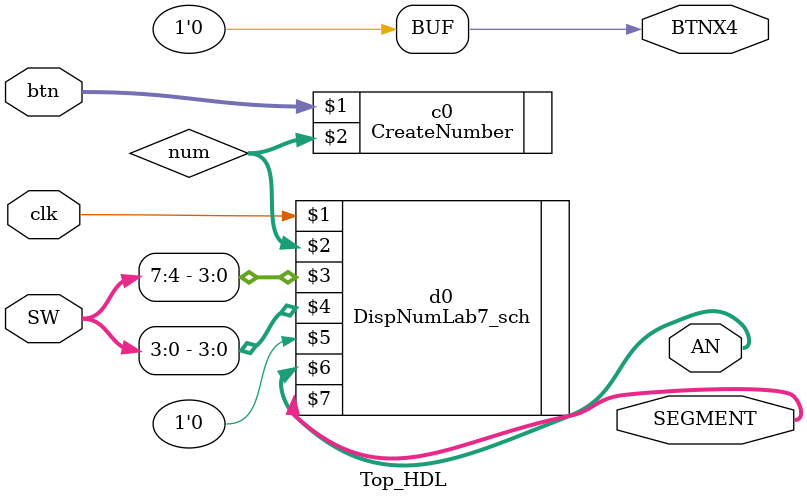
<source format=v>
`timescale 1ns / 1ps
module Top_HDL(
		input wire clk,
		input wire[7:0]SW,
		input wire[3:0]btn,
		output wire[3:0]AN,
		output wire BTNX4,
		output wire[7:0]SEGMENT
    );
	 wire [15:0] num;
	 
	 CreateNumber c0(btn, num);
	 DispNumLab7_sch d0(clk, num, SW[7:4], SW[3:0], 1'b0, AN, SEGMENT);
	 
	 assign BTNX4=1'b0;//enable button inputs
endmodule

</source>
